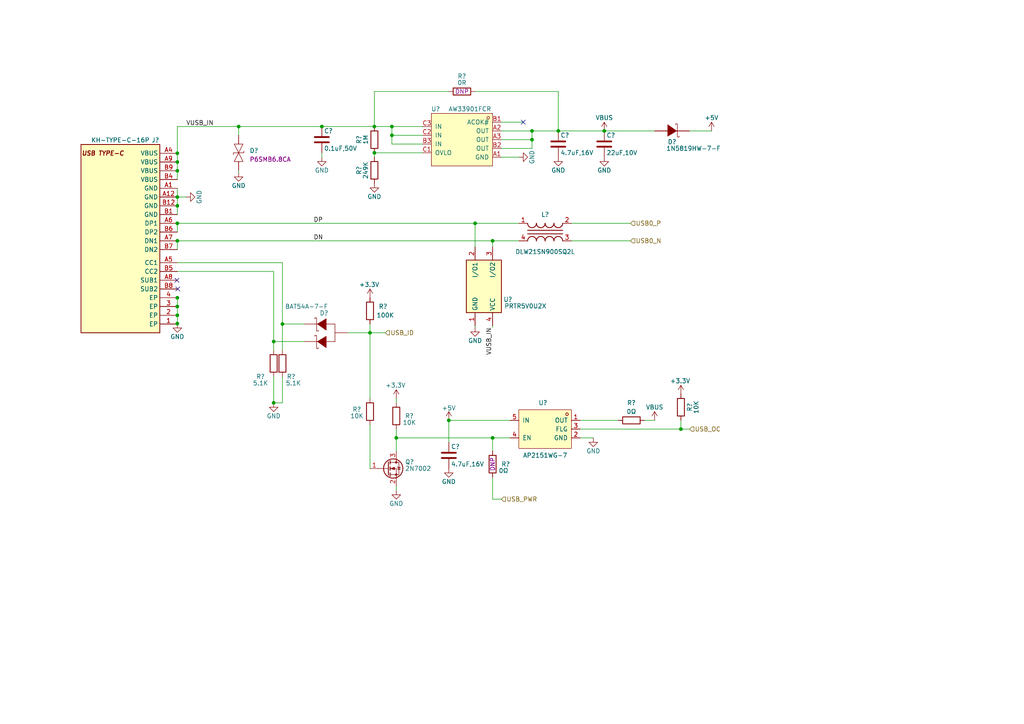
<source format=kicad_sch>
(kicad_sch (version 20230121) (generator eeschema)
  (paper "A4")
  (title_block (title "HPM6E00ADCEVKRevC") (date "2024-09-17") (rev "RevC") (comment 1 "USB"))
  (lib_symbols
    (symbol "00_HPM_power:+5V" (power) (pin_names (offset 0))
      (property "Value" "+5V" (at 0 3.556 0))
      (symbol "+5V_0_1"
        (polyline (pts (xy -0.762 1.27) (xy 0 2.54)))
        (polyline (pts (xy 0 0) (xy 0 2.54)))
        (polyline (pts (xy 0 2.54) (xy 0.762 1.27)))
      )
      (symbol "+5V_1_1"
        (pin power_in line (at 0 0 90) (length 0) hide (name "+5V") (number "1"))
      )
    )
    (symbol "00_HPM_power:GND" (power)
      (property "Value" "GND" (at 1.27 -6.35 0))
      (symbol "GND_0_0"
        (pin power_in line (at 0 0 0) (length 0) hide (name "GND") (number ""))
      )
      (symbol "GND_0_1"
        (polyline (pts (xy 0 0) (xy 0 -1.27) (xy 1.27 -1.27) (xy 0 -2.54) (xy -1.27 -1.27) (xy 0 -1.27)))
      )
    )
    (symbol "00_HPM_power:VBUS" (power) (pin_names (offset 0))
      (property "Value" "VBUS" (at 0 3.81 0))
      (symbol "VBUS_0_1"
        (polyline (pts (xy -0.762 1.27) (xy 0 2.54)))
        (polyline (pts (xy 0 0) (xy 0 2.54)))
        (polyline (pts (xy 0 2.54) (xy 0.762 1.27)))
      )
      (symbol "VBUS_1_1"
        (pin power_in line (at 0 0 90) (length 0) hide (name "VBUS") (number "1"))
      )
    )
    (symbol "02_HPM_Resistor:0Ω_0805" (pin_numbers hide) (pin_names (offset 0))
      (property "Reference" "R" (at 0 5.08 0))
      (property "Value" "0Ω" (at 1.27 7.62 0))
      (symbol "0Ω_0805_0_1"
        (rectangle (start 2.54 -1.016) (end -2.54 1.016) (stroke (width 0.254)))
      )
      (symbol "0Ω_0805_1_1"
        (pin passive line (at -3.81 0 0) (length 1.27) (name "~") (number "1"))
        (pin passive line (at 3.81 0 180) (length 1.27) (name "~") (number "2"))
      )
    )
    (symbol "02_HPM_Resistor:100K_0402" (pin_numbers hide) (pin_names (offset 0))
      (property "Reference" "R" (at 0 3.81 0))
      (property "Value" "100K" (at 0 6.35 0))
      (symbol "100K_0402_0_1"
        (rectangle (start 2.54 -1.016) (end -2.54 1.016) (stroke (width 0.254)))
      )
      (symbol "100K_0402_1_1"
        (pin passive line (at -3.81 0 0) (length 1.27) (name "~") (number "1"))
        (pin passive line (at 3.81 0 180) (length 1.27) (name "~") (number "2"))
      )
    )
    (symbol "02_HPM_Resistor:10K_0402" (pin_numbers hide) (pin_names (offset 0))
      (property "Reference" "R" (at 0 3.81 0))
      (property "Value" "10K" (at 0 6.35 0))
      (symbol "10K_0402_0_1"
        (rectangle (start 2.54 -1.016) (end -2.54 1.016) (stroke (width 0.254)))
      )
      (symbol "10K_0402_1_1"
        (pin passive line (at -3.81 0 0) (length 1.27) (name "~") (number "1"))
        (pin passive line (at 3.81 0 180) (length 1.27) (name "~") (number "2"))
      )
    )
    (symbol "02_HPM_Resistor:5.1K_0402" (pin_numbers hide) (pin_names (offset 0))
      (property "Reference" "R" (at 0 3.81 0))
      (property "Value" "5.1K" (at 0 7.62 0))
      (symbol "5.1K_0402_0_1"
        (rectangle (start 2.54 -1.016) (end -2.54 1.016) (stroke (width 0.254)))
      )
      (symbol "5.1K_0402_1_1"
        (pin passive line (at -3.81 0 0) (length 1.27) (name "~") (number "1"))
        (pin passive line (at 3.81 0 180) (length 1.27) (name "~") (number "2"))
      )
    )
    (symbol "03_HPM_Capacitance:0.1uF,50V_0402" (pin_numbers hide) (pin_names (offset 0.254))
      (property "Reference" "C" (at 0 10.16 0))
      (property "Value" "0.1uF,50V" (at -3.81 12.7 0))
      (symbol "0.1uF,50V_0402_0_1"
        (polyline (pts (xy -2.032 -0.762) (xy 2.032 -0.762)) (stroke (width 0.508)))
        (polyline (pts (xy -2.032 0.762) (xy 2.032 0.762)) (stroke (width 0.508)))
      )
      (symbol "0.1uF,50V_0402_1_1"
        (pin passive line (at 0 3.81 270) (length 2.794) (name "~") (number "1"))
        (pin passive line (at 0 -3.81 90) (length 2.794) (name "~") (number "2"))
      )
    )
    (symbol "03_HPM_Capacitance:22uF,10V_0805" (pin_numbers hide)
      (property "Reference" "C" (at 0 8.89 0))
      (property "Value" "22uF,10V" (at 0 13.97 0))
      (symbol "22uF,10V_0805_0_1"
        (polyline (pts (xy -2.032 -0.762) (xy 2.032 -0.762)) (stroke (width 0.508)))
        (polyline (pts (xy -2.032 0.762) (xy 2.032 0.762)) (stroke (width 0.508)))
      )
      (symbol "22uF,10V_0805_1_1"
        (pin passive line (at 0 3.81 270) (length 2.794) (name "~") (number "1"))
        (pin passive line (at 0 -3.81 90) (length 2.794) (name "~") (number "2"))
      )
    )
    (symbol "03_HPM_Capacitance:4.7uF,10V_0402" (pin_numbers hide) (pin_names (offset 0.254))
      (property "Reference" "C" (at 0.635 2.54 0))
      (property "Value" "4.7uF,10V" (at 0.635 -2.54 0))
      (symbol "4.7uF,10V_0402_0_1"
        (polyline (pts (xy -2.032 -0.762) (xy 2.032 -0.762)) (stroke (width 0.508)))
        (polyline (pts (xy -2.032 0.762) (xy 2.032 0.762)) (stroke (width 0.508)))
      )
      (symbol "4.7uF,10V_0402_1_1"
        (pin passive line (at 0 3.81 270) (length 2.794) (name "~") (number "1"))
        (pin passive line (at 0 -3.81 90) (length 2.794) (name "~") (number "2"))
      )
    )
    (symbol "04_HPM_Diode: 1N5819HW-7-F" (pin_numbers hide) (pin_names (offset 1.016) hide)
      (property "Reference" "D" (at 0 5.08 0))
      (property "Value" " 1N5819HW-7-F" (at -1.27 7.62 0))
      (symbol " 1N5819HW-7-F_1_1"
        (polyline (pts (xy 1.27 1.524) (xy -1.27 0) (xy -1.27 0) (xy 1.27 -1.778) (xy 1.27 -1.778) (xy 1.27 1.524)) (fill (type color) (color 132 0 0 1)))
        (polyline (pts (xy -2.032 1.524) (xy -2.032 1.778) (xy -2.032 1.778) (xy -1.524 1.778) (xy -1.524 1.778) (xy -1.524 -2.032) (xy -1.524 -2.032) (xy -1.016 -2.032) (xy -1.016 -2.032) (xy -1.016 -1.778)))
        (pin input line (at -5.08 0 0) (length 3.81) (name "K") (number "1"))
        (pin input line (at 5.08 0 180) (length 3.81) (name "A") (number "2"))
      )
    )
    (symbol "04_HPM_Diode:2N7002" (pin_names hide)
      (property "Reference" "Q" (at 5.08 1.905 0))
      (property "Value" "2N7002" (at 5.08 0 0))
      (symbol "2N7002_0_1"
        (polyline (pts (xy 0.254 0) (xy -2.54 0)))
        (polyline (pts (xy 0.254 1.905) (xy 0.254 -1.905)) (stroke (width 0.254)))
        (polyline (pts (xy 0.762 -1.27) (xy 0.762 -2.286)) (stroke (width 0.254)))
        (polyline (pts (xy 0.762 0.508) (xy 0.762 -0.508)) (stroke (width 0.254)))
        (polyline (pts (xy 0.762 2.286) (xy 0.762 1.27)) (stroke (width 0.254)))
        (polyline (pts (xy 2.54 2.54) (xy 2.54 1.778)))
        (polyline (pts (xy 2.54 -2.54) (xy 2.54 0) (xy 0.762 0)))
        (polyline (pts (xy 0.762 -1.778) (xy 3.302 -1.778) (xy 3.302 1.778) (xy 0.762 1.778)))
        (polyline (pts (xy 1.016 0) (xy 2.032 0.381) (xy 2.032 -0.381) (xy 1.016 0)) (fill (type outline)))
        (polyline (pts (xy 2.794 0.508) (xy 2.921 0.381) (xy 3.683 0.381) (xy 3.81 0.254)))
        (polyline (pts (xy 3.302 0.381) (xy 2.921 -0.254) (xy 3.683 -0.254) (xy 3.302 0.381)))
        (circle (center 1.651 0) (radius 2.794) (stroke (width 0.254)))
        (circle (center 2.54 -1.778) (radius 0.254) (fill (type outline)))
        (circle (center 2.54 1.778) (radius 0.254) (fill (type outline)))
      )
      (symbol "2N7002_1_1"
        (pin input line (at -5.08 0 0) (length 2.54) (name "G") (number "1"))
        (pin passive line (at 2.54 -5.08 90) (length 2.54) (name "S") (number "2"))
        (pin passive line (at 2.54 5.08 270) (length 2.54) (name "D") (number "3"))
      )
    )
    (symbol "04_HPM_Diode:BAT54A-7-F" (pin_numbers hide) (pin_names (offset 1.016) hide)
      (property "Reference" "D" (at -3.81 7.62 0))
      (property "Value" "BAT54A-7-F" (at 7.62 5.08 0))
      (symbol "BAT54A-7-F_1_1"
        (polyline (pts (xy -0.635 -1.905) (xy 3.175 -1.905)) (stroke (width 0.1524)))
        (polyline (pts (xy -0.635 3.175) (xy 3.175 3.175) (xy 3.175 -1.905)) (stroke (width 0.1524)))
        (polyline (pts (xy 0.635 -0.381) (xy -1.905 -1.905) (xy 0.635 -3.683) (xy 0.635 -0.381)) (stroke (width 0.1524)) (fill (type outline)))
        (polyline (pts (xy 0.635 4.699) (xy -1.905 3.175) (xy 0.635 1.397) (xy 0.635 4.699)) (stroke (width 0.1524)) (fill (type outline)))
        (polyline (pts (xy -2.667 -0.381) (xy -2.667 -0.127) (xy -2.159 -0.127) (xy -2.159 -3.937) (xy -1.651 -3.937) (xy -1.651 -3.683)) (stroke (width 0.1524)))
        (polyline (pts (xy -2.667 4.699) (xy -2.667 4.953) (xy -2.159 4.953) (xy -2.159 1.143) (xy -1.651 1.143) (xy -1.651 1.397)) (stroke (width 0.1524)))
        (pin input line (at -5.715 3.175 0) (length 3.81) (name "A") (number "1"))
        (pin input line (at -5.715 -1.905 0) (length 3.81) (name "A") (number "2"))
        (pin input line (at 6.985 0.635 180) (length 3.81) (name "K") (number "3"))
      )
    )
    (symbol "04_HPM_Diode:P6SMB6.8CA" (pin_numbers hide) (pin_names (offset 1.016) hide)
      (property "Reference" "D" (at 0 4.064 0))
      (property "Value" "P6SMB6.8CA" (at 0 9.144 0))
      (symbol "P6SMB6.8CA_1_1"
        (polyline (pts (xy -2.54 1.27) (xy 0 0) (xy -2.54 -1.27) (xy -2.54 1.27)) (stroke (width 0.1524)))
        (polyline (pts (xy 2.54 1.27) (xy 0 0) (xy 2.54 -1.27) (xy 2.54 1.27)) (stroke (width 0.1524)))
        (polyline (pts (xy -0.508 1.524) (xy -0.508 1.524) (xy 0 1.524) (xy 0 -1.524) (xy 0.508 -1.524) (xy 0.508 -1.524)) (stroke (width 0.1524)))
        (pin input line (at -5.08 0 0) (length 2.54) (name "1") (number "1"))
        (pin input line (at 5.08 0 180) (length 2.54) (name "2") (number "2"))
      )
    )
    (symbol "04_HPM_Diode:PRTR5V0U2X"
      (property "Reference" "U" (at 11.43 -6.35 0))
      (property "Value" "PRTR5V0U2X" (at 10.16 -29.21 0))
      (symbol "PRTR5V0U2X_1_0"
        (rectangle (start 2.54 -7.62) (end 12.7 -22.86) (stroke (width 0.254)) (fill (type background)))
        (pin passive line (at 5.08 -26.67 90) (length 3.81) (name "GND") (number "1"))
        (pin passive line (at 5.08 -3.81 270) (length 3.81) (name "I/O1") (number "2"))
        (pin passive line (at 10.16 -3.81 270) (length 3.81) (name "I/O2") (number "3"))
        (pin passive line (at 10.16 -26.67 90) (length 3.81) (name "VCC") (number "4"))
      )
    )
    (symbol "05_HPM_Connector_Other:USB_Type-C"
      (property "Reference" "J" (at 21.59 1.27 0))
      (property "Value" "USB_Type-C" (at 11.43 1.27 0))
      (symbol "USB_Type-C_1_0"
        (rectangle (start 0 0) (end 22.86 -54.61) (stroke (width 0.254)) (fill (type background)))
        (pin passive line (at 27.94 -52.07 180) (length 5.08) (name "EP") (number "1"))
        (pin passive line (at 27.94 -49.53 180) (length 5.08) (name "EP") (number "2"))
        (pin passive line (at 27.94 -46.99 180) (length 5.08) (name "EP") (number "3"))
        (pin passive line (at 27.94 -44.45 180) (length 5.08) (name "EP") (number "4"))
        (pin passive line (at 27.94 -12.7 180) (length 5.08) (name "GND") (number "A1"))
        (pin passive line (at 27.94 -15.24 180) (length 5.08) (name "GND") (number "A12"))
        (pin passive line (at 27.94 -2.54 180) (length 5.08) (name "VBUS") (number "A4"))
        (pin passive line (at 27.94 -34.29 180) (length 5.08) (name "CC1") (number "A5"))
        (pin passive line (at 27.94 -22.86 180) (length 5.08) (name "DP1") (number "A6"))
        (pin passive line (at 27.94 -27.94 180) (length 5.08) (name "DN1") (number "A7"))
        (pin passive line (at 27.94 -39.37 180) (length 5.08) (name "SUB1") (number "A8"))
        (pin passive line (at 27.94 -5.08 180) (length 5.08) (name "VBUS") (number "A9"))
        (pin passive line (at 27.94 -20.32 180) (length 5.08) (name "GND") (number "B1"))
        (pin passive line (at 27.94 -17.78 180) (length 5.08) (name "GND") (number "B12"))
        (pin passive line (at 27.94 -10.16 180) (length 5.08) (name "VBUS") (number "B4"))
        (pin passive line (at 27.94 -36.83 180) (length 5.08) (name "CC2") (number "B5"))
        (pin passive line (at 27.94 -25.4 180) (length 5.08) (name "DP2") (number "B6"))
        (pin passive line (at 27.94 -30.48 180) (length 5.08) (name "DN2") (number "B7"))
        (pin passive line (at 27.94 -41.91 180) (length 5.08) (name "SUB2") (number "B8"))
        (pin passive line (at 27.94 -7.62 180) (length 5.08) (name "VBUS") (number "B9"))
      )
      (symbol "USB_Type-C_1_1"
        (text "USB TYPE-C" (at 6.35 -2.54 0) (effects (font (size 1.27 1.27) bold italic)))
      )
    )
    (symbol "06_HPM_Function_IC:AW33901FCR" (pin_names (offset 1.016))
      (property "Reference" "U" (at -7.62 8.89 0))
      (property "Value" "AW33901FCR" (at 0 8.89 0))
      (symbol "AW33901FCR_1_1"
        (rectangle (start -8.89 7.62) (end 8.89 -7.62) (fill (type background)))
        (circle (center 7.62 6.35) (radius 0.381))
        (pin input line (at 11.43 -5.08 180) (length 2.54) (name "GND") (number "A1"))
        (pin input line (at 11.43 2.54 180) (length 2.54) (name "OUT") (number "A2"))
        (pin input line (at 11.43 0 180) (length 2.54) (name "OUT") (number "A3"))
        (pin input line (at 11.43 5.08 180) (length 2.54) (name "ACOK#") (number "B1"))
        (pin input line (at 11.43 -2.54 180) (length 2.54) (name "OUT") (number "B2"))
        (pin input line (at -11.43 -1.27 0) (length 2.54) (name "IN") (number "B3"))
        (pin input line (at -11.43 -3.81 0) (length 2.54) (name "OVLO") (number "C1"))
        (pin input line (at -11.43 1.27 0) (length 2.54) (name "IN") (number "C2"))
        (pin input line (at -11.43 3.81 0) (length 2.54) (name "IN") (number "C3"))
      )
    )
    (symbol "07_HPM_Inductance:DLW21SN900SQ2L"
      (property "Reference" "L" (at 8.89 -1.27 0))
      (property "Value" "DLW21SN900SQ2L" (at 8.89 -9.525 0))
      (symbol "DLW21SN900SQ2L_1_0"
        (polyline (pts (xy 3.81 -5.588) (xy 13.97 -5.588)) (stroke (width 0.254)))
        (polyline (pts (xy 3.81 -4.572) (xy 13.97 -4.572)) (stroke (width 0.254)))
        (arc (start 3.81 -2.54) (mid 5.08 -3.8045) (end 6.35 -2.54) (stroke (width 0.254)))
        (arc (start 6.35 -7.62) (mid 5.08 -6.3555) (end 3.81 -7.62) (stroke (width 0.254)))
        (arc (start 6.35 -2.54) (mid 7.62 -3.8045) (end 8.89 -2.54) (stroke (width 0.254)))
        (arc (start 8.89 -7.62) (mid 7.62 -6.3555) (end 6.35 -7.62) (stroke (width 0.254)))
        (arc (start 8.89 -2.54) (mid 10.16 -3.8045) (end 11.43 -2.54) (stroke (width 0.254)))
        (arc (start 11.43 -7.62) (mid 10.16 -6.3555) (end 8.89 -7.62) (stroke (width 0.254)))
        (arc (start 11.43 -2.54) (mid 12.7 -3.8045) (end 13.97 -2.54) (stroke (width 0.254)))
        (arc (start 13.97 -7.62) (mid 12.7 -6.3555) (end 11.43 -7.62) (stroke (width 0.254)))
        (pin passive line (at 1.27 -7.62 0) (length 2.54) (name "") (number "1"))
        (pin passive line (at 16.51 -7.62 180) (length 2.54) (name "") (number "2"))
        (pin passive line (at 16.51 -2.54 180) (length 2.54) (name "") (number "3"))
        (pin passive line (at 1.27 -2.54 0) (length 2.54) (name "") (number "4"))
      )
    )
    (symbol "08_HPM_Power_IC:AP2151WG-7" (pin_names (offset 1.016))
      (property "Reference" "U" (at -6.35 6.35 0))
      (property "Value" "AP2151WG-7" (at 0 -7.62 0))
      (symbol "AP2151WG-7_1_1"
        (rectangle (start -7.62 -5.588) (end 7.62 5.588) (fill (type background)))
        (circle (center -6.35 4.318) (radius 0.381))
        (circle (center -6.35 4.318) (radius 0.381))
        (pin input line (at -10.16 2.54 0) (length 2.54) (name "OUT") (number "1"))
        (pin input line (at -10.16 -2.54 0) (length 2.54) (name "GND") (number "2"))
        (pin input line (at -10.16 0 0) (length 2.54) (name "FLG") (number "3"))
        (pin input line (at 10.16 -2.54 180) (length 2.54) (name "EN") (number "4"))
        (pin input line (at 10.16 2.54 180) (length 2.54) (name "IN") (number "5"))
      )
    )
    (symbol "power:+3.3V" (power) (pin_names (offset 0))
      (property "Value" "+3.3V" (at 0 3.556 0))
      (symbol "+3.3V_0_1"
        (polyline (pts (xy -0.762 1.27) (xy 0 2.54)))
        (polyline (pts (xy 0 0) (xy 0 2.54)))
        (polyline (pts (xy 0 2.54) (xy 0.762 1.27)))
      )
      (symbol "+3.3V_1_1"
        (pin power_in line (at 0 0 90) (length 0) hide (name "+3.3V") (number "1"))
      )
    )
  )
  (junction (at 51.435 49.53))
  (junction (at 161.925 37.973))
  (junction (at 175.26 37.973))
  (junction (at 113.665 36.703))
  (junction (at 154.305 40.513))
  (junction (at 51.435 46.99))
  (junction (at 51.435 91.44))
  (junction (at 113.665 39.243))
  (junction (at 51.435 93.853))
  (junction (at 114.935 127))
  (junction (at 69.215 36.703))
  (junction (at 154.305 37.973))
  (junction (at 142.875 127))
  (junction (at 51.435 57.15))
  (junction (at 79.375 99.06))
  (junction (at 93.345 36.703))
  (junction (at 108.585 36.703))
  (junction (at 197.485 124.46))
  (junction (at 51.435 69.85))
  (junction (at 51.435 64.77))
  (junction (at 81.915 93.98))
  (junction (at 130.175 121.92))
  (junction (at 79.375 116.84))
  (junction (at 108.585 44.323))
  (junction (at 51.435 88.9))
  (junction (at 142.875 69.85))
  (junction (at 51.435 86.36))
  (junction (at 51.435 44.45))
  (junction (at 107.315 96.52))
  (junction (at 137.795 64.77))
  (junction (at 51.435 59.69))
  (no_connect (at 151.765 35.433))
  (no_connect (at 51.562 83.82))
  (no_connect (at 51.308 81.28))
  (wire (pts (xy 114.935 127) (xy 142.875 127)))
  (wire (pts (xy 142.875 69.85) (xy 150.495 69.85)))
  (wire (pts (xy 197.485 124.46) (xy 200.025 124.46)))
  (wire (pts (xy 51.435 44.45) (xy 51.435 46.99)))
  (wire (pts (xy 142.875 94.488) (xy 142.875 94.996)))
  (wire (pts (xy 137.795 94.488) (xy 137.795 94.996)))
  (wire (pts (xy 51.435 64.77) (xy 51.435 67.31)))
  (wire (pts (xy 154.305 43.053) (xy 154.305 40.513)))
  (wire (pts (xy 51.435 91.44) (xy 51.435 93.853)))
  (wire (pts (xy 51.435 88.9) (xy 51.435 91.44)))
  (wire (pts (xy 154.305 37.973) (xy 161.925 37.973)))
  (wire (pts (xy 122.555 41.783) (xy 113.665 41.783)))
  (wire (pts (xy 200.025 37.973) (xy 206.375 37.973)))
  (wire (pts (xy 145.415 144.78) (xy 142.875 144.78)))
  (wire (pts (xy 145.415 37.973) (xy 154.305 37.973)))
  (wire (pts (xy 145.415 45.593) (xy 150.495 45.593)))
  (wire (pts (xy 172.085 127) (xy 168.275 127)))
  (wire (pts (xy 108.585 45.593) (xy 108.585 44.323)))
  (wire (pts (xy 165.735 64.77) (xy 182.88 64.77)))
  (wire (pts (xy 114.935 127) (xy 114.935 130.81)))
  (wire (pts (xy 93.345 36.703) (xy 108.585 36.703)))
  (wire (pts (xy 81.915 109.22) (xy 81.915 116.84)))
  (wire (pts (xy 161.925 26.543) (xy 161.925 37.973)))
  (wire (pts (xy 53.975 57.15) (xy 51.435 57.15)))
  (wire (pts (xy 51.435 86.233) (xy 51.435 86.36)))
  (wire (pts (xy 114.935 142.24) (xy 114.935 140.97)))
  (wire (pts (xy 113.665 39.243) (xy 113.665 36.703)))
  (wire (pts (xy 51.435 93.853) (xy 51.435 93.98)))
  (wire (pts (xy 145.415 40.513) (xy 154.305 40.513)))
  (wire (pts (xy 142.875 69.85) (xy 142.875 71.628)))
  (wire (pts (xy 114.935 124.46) (xy 114.935 127)))
  (wire (pts (xy 51.435 78.74) (xy 79.375 78.74)))
  (wire (pts (xy 51.435 46.99) (xy 51.435 49.53)))
  (wire (pts (xy 154.305 40.513) (xy 154.305 37.973)))
  (wire (pts (xy 107.315 123.19) (xy 107.315 135.89)))
  (wire (pts (xy 108.585 44.323) (xy 122.555 44.323)))
  (wire (pts (xy 93.345 45.593) (xy 93.345 44.323)))
  (wire (pts (xy 51.435 76.2) (xy 81.915 76.2)))
  (wire (pts (xy 69.215 36.703) (xy 69.215 39.243)))
  (wire (pts (xy 51.435 69.85) (xy 142.875 69.85)))
  (wire (pts (xy 114.935 115.57) (xy 114.935 116.84)))
  (wire (pts (xy 51.435 59.69) (xy 51.435 62.23)))
  (wire (pts (xy 108.585 36.703) (xy 113.665 36.703)))
  (wire (pts (xy 108.585 26.543) (xy 108.585 36.703)))
  (wire (pts (xy 113.665 39.243) (xy 122.555 39.243)))
  (wire (pts (xy 107.315 96.52) (xy 107.315 115.57)))
  (wire (pts (xy 81.915 93.98) (xy 81.915 101.6)))
  (wire (pts (xy 51.435 36.703) (xy 51.435 44.45)))
  (wire (pts (xy 79.375 99.06) (xy 79.375 101.6)))
  (wire (pts (xy 81.915 76.2) (xy 81.915 93.98)))
  (wire (pts (xy 69.215 49.403) (xy 69.215 50.038)))
  (wire (pts (xy 189.865 121.92) (xy 186.944 121.92)))
  (wire (pts (xy 81.915 116.84) (xy 79.375 116.84)))
  (wire (pts (xy 147.955 127) (xy 142.875 127)))
  (wire (pts (xy 197.485 121.92) (xy 197.485 124.46)))
  (wire (pts (xy 142.875 138.43) (xy 142.875 144.78)))
  (wire (pts (xy 168.275 121.92) (xy 179.324 121.92)))
  (wire (pts (xy 51.435 57.15) (xy 51.435 59.69)))
  (wire (pts (xy 51.435 64.77) (xy 137.795 64.77)))
  (wire (pts (xy 168.275 124.46) (xy 197.485 124.46)))
  (wire (pts (xy 137.795 26.543) (xy 161.925 26.543)))
  (wire (pts (xy 100.965 96.52) (xy 107.315 96.52)))
  (wire (pts (xy 79.375 78.74) (xy 79.375 99.06)))
  (wire (pts (xy 51.435 69.85) (xy 51.435 72.39)))
  (wire (pts (xy 69.215 36.703) (xy 93.345 36.703)))
  (wire (pts (xy 107.315 93.98) (xy 107.315 96.52)))
  (wire (pts (xy 165.735 69.85) (xy 182.88 69.85)))
  (wire (pts (xy 79.375 99.06) (xy 88.265 99.06)))
  (wire (pts (xy 130.175 121.92) (xy 147.955 121.92)))
  (wire (pts (xy 51.435 36.703) (xy 69.215 36.703)))
  (wire (pts (xy 142.875 127) (xy 142.875 130.81)))
  (wire (pts (xy 113.665 41.783) (xy 113.665 39.243)))
  (wire (pts (xy 145.415 35.433) (xy 151.765 35.433)))
  (wire (pts (xy 130.175 121.92) (xy 130.175 128.27)))
  (wire (pts (xy 79.375 109.22) (xy 79.375 116.84)))
  (wire (pts (xy 130.175 26.543) (xy 108.585 26.543)))
  (wire (pts (xy 81.915 93.98) (xy 88.265 93.98)))
  (wire (pts (xy 161.925 37.973) (xy 175.26 37.973)))
  (wire (pts (xy 137.795 64.77) (xy 137.795 71.628)))
  (wire (pts (xy 51.435 86.36) (xy 51.435 88.9)))
  (wire (pts (xy 51.435 54.61) (xy 51.435 57.15)))
  (wire (pts (xy 51.435 49.53) (xy 51.435 52.07)))
  (wire (pts (xy 113.665 36.703) (xy 122.555 36.703)))
  (wire (pts (xy 175.26 37.973) (xy 189.865 37.973)))
  (wire (pts (xy 137.795 64.77) (xy 150.495 64.77)))
  (wire (pts (xy 107.315 96.52) (xy 111.76 96.52)))
  (wire (pts (xy 145.415 43.053) (xy 154.305 43.053)))
  (label "VUSB_IN" (at 53.975 36.703 0))
  (label "DN" (at 90.932 69.85 0))
  (label "VUSB_IN" (at 142.875 94.996 270))
  (label "DP" (at 90.932 64.77 0))
  (hierarchical_label "USB_ID" (shape input) (at 111.76 96.52 0))
  (hierarchical_label "USB0_N" (shape input) (at 182.88 69.85 0))
  (hierarchical_label "USB0_P" (shape input) (at 182.88 64.77 0))
  (hierarchical_label "USB_PWR" (shape input) (at 145.415 144.78 0))
  (hierarchical_label "USB_OC" (shape input) (at 200.025 124.46 0))
  (symbol (lib_id "02_HPM_Resistor:10K_0402") (at 108.585 49.403 90) (unit 1)
    (property "Reference" "R?" (at 104.14 49.403 0))
    (property "Value" "249K" (at 106.045 49.403 0))
    (property "Footprint" "02_HPM_Resistor:R_0402_1005Metric" (effects hide))
    (property "Model" "0402WGF1002TCE" (effects hide))
    (property "Company" "UNI-ROYAL(厚声)" (effects hide))
    (instances (project "HPM62_63_144_ADC_EVK_RevC" (path "" (reference "R?") (unit 1))) (project "Four_Servo_HPM6280_MB" (path "" (reference "R?") (unit 1))) (project "HPM6E00ADCEVKRevC" (path "" (reference "R19") (unit 1))))
  )
  (symbol (lib_id "00_HPM_power:+5V") (at 130.175 121.92 0) (unit 1)
    (property "Reference" "#PWR?" (effects hide))
    (property "Value" "+5V" (at 130.175 118.364 0))
    (instances (project "HPM62_63_144_ADC_EVK_RevC" (path "" (reference "#PWR?") (unit 1))) (project "Four_Servo_HPM6280_MB" (path "" (reference "#PWR?") (unit 1))) (project "HPM6E00ADCEVKRevC" (path "" (reference "#PWR0256") (unit 1))))
  )
  (symbol (lib_id "00_HPM_power:GND") (at 108.585 53.213 0) (unit 1)
    (property "Reference" "#PWR?" (effects hide))
    (property "Value" "GND" (at 108.585 57.023 0))
    (instances (project "HPM62_63_144_ADC_EVK_RevC" (path "" (reference "#PWR?") (unit 1)) (path "" (reference "#PWR?") (unit 1))) (project "HPM6E00ADCEVKRevC" (path "" (reference "#PWR0241") (unit 1))))
  )
  (symbol (lib_id "power:+3.3V") (at 107.315 86.36 0) (unit 1)
    (property "Reference" "#PWR?" (effects hide))
    (property "Value" "+3.3V" (at 104.14 82.55 0) (effects (justify left)))
    (instances (project "HPM5300-POWER" (path "" (reference "#PWR?") (unit 1))) (project "HPM6E00 SKT Board BGA289_BDIF REVA" (path "" (reference "#PWR?") (unit 1))) (project "HPM6E00ADCEVKRevC" (path "" (reference "#PWR01") (unit 1)) (path "" (reference "#PWR097") (unit 1)) (path "" (reference "#PWR0253") (unit 1))) (project "HPM5300 SKT Board LQFP100 REVA" (path "" (reference "#PWR?") (unit 1))))
  )
  (symbol (lib_id "00_HPM_power:GND") (at 130.175 135.89 0) (unit 1)
    (property "Reference" "#PWR?" (effects hide))
    (property "Value" "GND" (at 130.175 139.7 0))
    (instances (project "HPM62_63_144_ADC_EVK_RevC" (path "" (reference "#PWR?") (unit 1)) (path "" (reference "#PWR?") (unit 1))) (project "HPM6E00ADCEVKRevC" (path "" (reference "#PWR0258") (unit 1))))
  )
  (symbol (lib_id "02_HPM_Resistor:10K_0402") (at 142.875 134.62 90) (unit 1)
    (property "Reference" "R?" (at 146.685 134.62 90))
    (property "Value" "0Ω" (at 146.05 136.525 90))
    (property "Footprint" "02_HPM_Resistor:R_0402_1005Metric" (effects hide))
    (property "Model" "0402WGF1002TCE" (effects hide))
    (property "Company" "UNI-ROYAL(厚声)" (effects hide))
    (property "ASSY_OPT" "DNP" (at 142.875 134.62 0))
    (instances (project "HPM62_63_144_ADC_EVK_RevC" (path "" (reference "R?") (unit 1))) (project "Four_Servo_HPM6280_MB" (path "" (reference "R?") (unit 1))) (project "HPM6E00ADCEVKRevC" (path "" (reference "R25") (unit 1))))
  )
  (symbol (lib_id "00_HPM_power:GND") (at 172.085 127 0) (unit 1)
    (property "Reference" "#PWR?" (effects hide))
    (property "Value" "GND" (at 172.085 130.81 0))
    (instances (project "HPM62_63_144_ADC_EVK_RevC" (path "" (reference "#PWR?") (unit 1)) (path "" (reference "#PWR?") (unit 1))) (project "HPM6E00ADCEVKRevC" (path "" (reference "#PWR0249") (unit 1))))
  )
  (symbol (lib_id "04_HPM_Diode:2N7002") (at 112.395 135.89 0) (unit 1)
    (property "Reference" "Q?" (at 117.475 133.985 0) (effects (justify left)))
    (property "Value" "2N7002" (at 117.475 135.89 0) (effects (justify left)))
    (property "Footprint" "06_HPM_SOT:SOT-23" (effects hide))
    (property "Datasheet" "https://www.onsemi.com/pub/Collateral/NDS7002A-D.PDF" (effects hide))
    (property "Model" "2N7002" (effects hide))
    (property "Company" " CJ(江苏长电/长晶) " (effects hide))
    (instances (project "HPM62_63_144_ADC_EVK_RevC" (path "" (reference "Q?") (unit 1))) (project "Four_Servo_HPM6280_MB" (path "" (reference "Q?") (unit 1))) (project "HPM6E00ADCEVKRevC" (path "" (reference "Q1") (unit 1))))
  )
  (symbol (lib_id "03_HPM_Capacitance:4.7uF,10V_0402") (at 130.175 132.08 0) (unit 1)
    (property "Reference" "C?" (at 130.81 129.54 0) (effects (justify left)))
    (property "Value" "4.7uF,16V" (at 130.81 134.62 0) (effects (justify left)))
    (property "Footprint" "03_HPM_Capacitance:C_0402" (effects hide))
    (property "Model" " CL05A475MP5NRNC" (effects hide))
    (property "Company" " SAMSUNG(三星)" (effects hide))
    (instances (project "HPM62_63_144_ADC_EVK_RevC" (path "" (reference "C?") (unit 1))) (project "Four_Servo_HPM6280_MB" (path "" (reference "C?") (unit 1))) (project "HPM6E00ADCEVKRevC" (path "" (reference "C7") (unit 1))))
  )
  (symbol (lib_id "power:+3.3V") (at 197.485 114.3 0) (unit 1)
    (property "Reference" "#PWR?" (effects hide))
    (property "Value" "+3.3V" (at 194.31 110.49 0) (effects (justify left)))
    (instances (project "HPM5300-POWER" (path "" (reference "#PWR?") (unit 1))) (project "HPM6E00 SKT Board BGA289_BDIF REVA" (path "" (reference "#PWR?") (unit 1))) (project "HPM6E00ADCEVKRevC" (path "" (reference "#PWR01") (unit 1)) (path "" (reference "#PWR097") (unit 1)) (path "" (reference "#PWR0250") (unit 1))) (project "HPM5300 SKT Board LQFP100 REVA" (path "" (reference "#PWR?") (unit 1))))
  )
  (symbol (lib_id "00_HPM_power:GND") (at 161.925 45.593 0) (unit 1)
    (property "Reference" "#PWR?" (effects hide))
    (property "Value" "GND" (at 161.925 49.403 0))
    (instances (project "HPM62_63_144_ADC_EVK_RevC" (path "" (reference "#PWR?") (unit 1)) (path "" (reference "#PWR?") (unit 1))) (project "HPM6E00ADCEVKRevC" (path "" (reference "#PWR0244") (unit 1))))
  )
  (symbol (lib_id "00_HPM_power:GND") (at 51.435 93.853 0) (unit 1)
    (property "Reference" "#PWR?" (effects hide))
    (property "Value" "GND" (at 51.435 97.663 0))
    (instances (project "HPM62_63_144_ADC_EVK_RevC" (path "" (reference "#PWR?") (unit 1)) (path "" (reference "#PWR?") (unit 1))) (project "HPM6E00ADCEVKRevC" (path "" (reference "#PWR0252") (unit 1))))
  )
  (symbol (lib_id "04_HPM_Diode:P6SMB6.8CA") (at 69.215 44.323 90) (unit 1)
    (property "Reference" "D?" (at 72.39 43.688 90) (effects (justify right)))
    (property "Value" "SMB/DO-214AA_P6SMB6.8CA" (effects hide))
    (property "Footprint" "04_HPM_Diode:SMB_(DO-214AA)" (effects hide))
    (property "Datasheet" "http://www.szlcsc.com/product/details_79530.html" (effects hide))
    (property "description" "TVS" (effects hide))
    (property "ComponentLink1Description" "供应商链接" (effects hide))
    (property "Package" "SMB/DO-214AA" (effects hide))
    (property "Supplier" "LC" (effects hide))
    (property "SuppliersPartNumber" "C78395" (effects hide))
    (property "Comment" "P6SMB6.8CA" (at 72.39 46.228 90) (effects (justify right)))
    (property "Model" "P6SMB6.8CA/TR13" (effects hide))
    (property "Company" " Brightking(君耀电子) " (effects hide))
    (instances (project "HPM62_63_144_ADC_EVK_RevC" (path "" (reference "D?") (unit 1)) (path "" (reference "D?") (unit 1)) (path "" (reference "D?") (unit 1))) (project "HPM6E00ADCEVKRevC" (path "" (reference "D6") (unit 1))))
  )
  (symbol (lib_id "07_HPM_Inductance:DLW21SN900SQ2L") (at 149.225 72.39 0) (mirror x) (unit 1)
    (property "Reference" "L?" (at 158.115 62.23 0))
    (property "Value" "DLW21SN900SQ2L" (at 158.115 73.025 0))
    (property "Footprint" "07_HPM_Inductance:L2012" (effects hide))
    (property "Model" "DLW21SN900SQ2L" (effects hide))
    (property "Company" "muRata(村田)" (effects hide))
    (instances (project "HPM62_63_144_ADC_EVK_RevC" (path "" (reference "L?") (unit 1))) (project "Four_Servo_HPM6280_MB" (path "" (reference "L?") (unit 1))) (project "HPM6E00ADCEVKRevC" (path "" (reference "L2") (unit 1))))
  )
  (symbol (lib_id "06_HPM_Function_IC:AW33901FCR") (at 133.985 40.513 0) (unit 1)
    (property "Reference" "U?" (at 126.365 31.623 0))
    (property "Value" "AW33901FCR" (at 136.271 31.623 0))
    (property "Footprint" "06_HPM_LQFP:FCQFN-9" (effects hide))
    (property "SuppliersPartNumber" "C506184" (effects hide))
    (property "Model" "AW33901FCR" (effects hide))
    (property "Company" " AWINIC(艾为)" (effects hide))
    (instances (project "HPM62_63_144_ADC_EVK_RevC" (path "" (reference "U?") (unit 1))) (project "Four_Servo_HPM6280_MB" (path "" (reference "U?") (unit 1))) (project "HPM6E00ADCEVKRevC" (path "" (reference "U4") (unit 1))))
  )
  (symbol (lib_id "03_HPM_Capacitance:0.1uF,50V_0402") (at 93.345 40.513 0) (unit 1)
    (property "Reference" "C?" (at 93.98 37.973 0) (effects (justify left)))
    (property "Value" "0.1uF,50V" (at 93.98 43.053 0) (effects (justify left)))
    (property "Footprint" "03_HPM_Capacitance:C_0402" (effects hide))
    (property "Model" "0402B104K500NT" (effects hide))
    (property "Company" "SAMSUNG(三星)" (effects hide))
    (instances (project "HPM62_63_144_ADC_EVK_RevC" (path "" (reference "C?") (unit 1))) (project "Four_Servo_HPM6280_MB" (path "" (reference "C?") (unit 1))) (project "HPM6E00ADCEVKRevC" (path "" (reference "C6") (unit 1))))
  )
  (symbol (lib_id "power:+3.3V") (at 114.935 115.57 0) (unit 1)
    (property "Reference" "#PWR?" (effects hide))
    (property "Value" "+3.3V" (at 111.76 111.76 0) (effects (justify left)))
    (instances (project "HPM5300-POWER" (path "" (reference "#PWR?") (unit 1))) (project "HPM6E00 SKT Board BGA289_BDIF REVA" (path "" (reference "#PWR?") (unit 1))) (project "HPM6E00ADCEVKRevC" (path "" (reference "#PWR01") (unit 1)) (path "" (reference "#PWR097") (unit 1)) (path "" (reference "#PWR0255") (unit 1))) (project "HPM5300 SKT Board LQFP100 REVA" (path "" (reference "#PWR?") (unit 1))))
  )
  (symbol (lib_id "00_HPM_power:GND") (at 79.375 116.84 0) (unit 1)
    (property "Reference" "#PWR?" (effects hide))
    (property "Value" "GND" (at 79.375 120.65 0))
    (instances (project "HPM62_63_144_ADC_EVK_RevC" (path "" (reference "#PWR?") (unit 1)) (path "" (reference "#PWR?") (unit 1))) (project "HPM6E00ADCEVKRevC" (path "" (reference "#PWR0254") (unit 1))))
  )
  (symbol (lib_id "02_HPM_Resistor:100K_0402") (at 107.315 90.17 90) (unit 1)
    (property "Reference" "R?" (at 111.125 88.9 90))
    (property "Value" "100K" (at 111.76 91.44 90))
    (property "Footprint" "02_HPM_Resistor:R_0402_1005Metric" (effects hide))
    (property "Model" "0402WGF1003TCE" (effects hide))
    (property "Company" "UNI-ROYAL(厚声)" (effects hide))
    (instances (project "HPM62_63_144_ADC_EVK_RevC" (path "" (reference "R?") (unit 1))) (project "Four_Servo_HPM6280_MB" (path "" (reference "R?") (unit 1))) (project "HPM6E00ADCEVKRevC" (path "" (reference "R22") (unit 1))))
  )
  (symbol (lib_id "04_HPM_Diode:PRTR5V0U2X") (at 132.715 67.818 0) (unit 1)
    (property "Reference" "U?" (at 147.32 86.868 0))
    (property "Value" "PRTR5V0U2X" (at 152.4 88.773 0))
    (property "Footprint" "06_HPM_SOT:SOT-143" (effects hide))
    (property "Model" "PRTR5V0U2X" (effects hide))
    (property "Company" "TECH PUBLIC(台舟)" (effects hide))
    (instances (project "HPM62_63_144_ADC_EVK_RevC" (path "" (reference "U?") (unit 1))) (project "Four_Servo_HPM6280_MB" (path "" (reference "U?") (unit 1))) (project "HPM6E00ADCEVKRevC" (path "" (reference "U5") (unit 1))))
  )
  (symbol (lib_id "02_HPM_Resistor:5.1K_0402") (at 79.375 105.41 270) (unit 1)
    (property "Reference" "R?" (at 75.565 109.22 90))
    (property "Value" "5.1K" (at 75.565 111.125 90))
    (property "Footprint" "02_HPM_Resistor:R_0402_1005Metric" (effects hide))
    (property "Model" "0402WGF5101TCE" (effects hide))
    (property "Company" "UNI-ROYAL(厚声)" (effects hide))
    (instances (project "HPM62_63_144_ADC_EVK_RevC" (path "" (reference "R?") (unit 1))) (project "Four_Servo_HPM6280_MB" (path "" (reference "R?") (unit 1))) (project "HPM6E00ADCEVKRevC" (path "" (reference "R17") (unit 1))))
  )
  (symbol (lib_id "00_HPM_power:GND") (at 53.975 57.15 90) (unit 1)
    (property "Reference" "#PWR?" (effects hide))
    (property "Value" "GND" (at 57.785 57.15 0))
    (instances (project "HPM62_63_144_ADC_EVK_RevC" (path "" (reference "#PWR?") (unit 1)) (path "" (reference "#PWR?") (unit 1))) (project "HPM6E00ADCEVKRevC" (path "" (reference "#PWR0240") (unit 1))))
  )
  (symbol (lib_id "02_HPM_Resistor:5.1K_0402") (at 81.915 105.41 270) (unit 1)
    (property "Reference" "R?" (at 84.455 109.22 90))
    (property "Value" "5.1K" (at 85.09 111.125 90))
    (property "Footprint" "02_HPM_Resistor:R_0402_1005Metric" (effects hide))
    (property "Model" "0402WGF5101TCE" (effects hide))
    (property "Company" "UNI-ROYAL(厚声)" (effects hide))
    (instances (project "HPM62_63_144_ADC_EVK_RevC" (path "" (reference "R?") (unit 1))) (project "Four_Servo_HPM6280_MB" (path "" (reference "R?") (unit 1))) (project "HPM6E00ADCEVKRevC" (path "" (reference "R20") (unit 1))))
  )
  (symbol (lib_id "08_HPM_Power_IC:AP2151WG-7") (at 158.115 124.46 0) (mirror y) (unit 1)
    (property "Reference" "U?" (at 157.48 116.84 0))
    (property "Value" "AP2151WG-7" (at 158.115 132.08 0))
    (property "Footprint" "06_HPM_SOT:SOT-23-5" (effects hide))
    (property "SuppliersPartNumber" "C110464" (effects hide))
    (property "Model" "AP2151WG-7" (effects hide))
    (property "Company" "DIODES(美台)" (effects hide))
    (instances (project "HPM62_63_144_ADC_EVK_RevC" (path "" (reference "U?") (unit 1))) (project "Four_Servo_HPM6280_MB" (path "" (reference "U?") (unit 1))) (project "HPM6E00ADCEVKRevC" (path "" (reference "U6") (unit 1))))
  )
  (symbol (lib_id "04_HPM_Diode: 1N5819HW-7-F") (at 194.945 37.973 180) (unit 1)
    (property "Reference" "D?" (at 194.945 41.148 0))
    (property "Value" " 1N5819HW-7-F" (at 200.66 43.053 0))
    (property "Footprint" "04_HPM_Diode:D_SOD-123" (effects hide))
    (property "SuppliersPartNumber" "C115726" (effects hide))
    (property "Model" "1N5819HW-7-F" (effects hide))
    (property "Company" "DIODES(美台)" (effects hide))
    (instances (project "HPM62_63_144_ADC_EVK_RevC" (path "" (reference "D?") (unit 1))) (project "Four_Servo_HPM6280_MB" (path "" (reference "D?") (unit 1))) (project "HPM6E00ADCEVKRevC" (path "" (reference "D4") (unit 1))))
  )
  (symbol (lib_id "00_HPM_power:VBUS") (at 189.865 121.92 0) (unit 1)
    (property "Reference" "#PWR?" (effects hide))
    (property "Value" "VBUS" (at 189.865 118.11 0))
    (instances (project "HPM62_63_144_ADC_EVK_RevC" (path "" (reference "#PWR?") (unit 1))) (project "Four_Servo_HPM6280_MB" (path "" (reference "#PWR?") (unit 1))) (project "HPM6E00ADCEVKRevC" (path "" (reference "#PWR0251") (unit 1))))
  )
  (symbol (lib_id "03_HPM_Capacitance:22uF,10V_0805") (at 175.26 41.783 0) (unit 1)
    (property "Reference" "C?" (at 175.895 39.243 0) (effects (justify left)))
    (property "Value" "22uF,10V" (at 175.895 44.323 0) (effects (justify left)))
    (property "Footprint" "03_HPM_Capacitance:C_0805_2012Metric" (effects hide))
    (property "Model" " CL21A226MPQNNNE" (effects hide))
    (property "Company" " SAMSUNG(三星) " (effects hide))
    (instances (project "HPM62_63_144_ADC_EVK_RevC" (path "" (reference "C?") (unit 1))) (project "Four_Servo_HPM6280_MB" (path "" (reference "C?") (unit 1))) (project "HPM6E00ADCEVKRevC" (path "" (reference "C9") (unit 1))))
  )
  (symbol (lib_id "02_HPM_Resistor:10K_0402") (at 107.315 119.38 90) (unit 1)
    (property "Reference" "R?" (at 103.505 118.745 90))
    (property "Value" "10K" (at 103.505 120.65 90))
    (property "Footprint" "02_HPM_Resistor:R_0402_1005Metric" (effects hide))
    (property "Model" "0402WGF1002TCE" (effects hide))
    (property "Company" "UNI-ROYAL(厚声)" (effects hide))
    (instances (project "HPM62_63_144_ADC_EVK_RevC" (path "" (reference "R?") (unit 1))) (project "Four_Servo_HPM6280_MB" (path "" (reference "R?") (unit 1))) (project "HPM6E00ADCEVKRevC" (path "" (reference "R23") (unit 1))))
  )
  (symbol (lib_id "00_HPM_power:GND") (at 175.26 45.593 0) (unit 1)
    (property "Reference" "#PWR?" (effects hide))
    (property "Value" "GND" (at 175.26 49.403 0))
    (instances (project "HPM62_63_144_ADC_EVK_RevC" (path "" (reference "#PWR?") (unit 1)) (path "" (reference "#PWR?") (unit 1))) (project "HPM6E00ADCEVKRevC" (path "" (reference "#PWR0245") (unit 1))))
  )
  (symbol (lib_id "00_HPM_power:VBUS") (at 175.26 37.973 0) (unit 1)
    (property "Reference" "#PWR?" (effects hide))
    (property "Value" "VBUS" (at 175.26 34.163 0))
    (instances (project "HPM62_63_144_ADC_EVK_RevC" (path "" (reference "#PWR?") (unit 1))) (project "Four_Servo_HPM6280_MB" (path "" (reference "#PWR?") (unit 1))) (project "HPM6E00ADCEVKRevC" (path "" (reference "#PWR0246") (unit 1))))
  )
  (symbol (lib_id "00_HPM_power:+5V") (at 206.375 37.973 0) (unit 1)
    (property "Reference" "#PWR?" (effects hide))
    (property "Value" "+5V" (at 206.375 34.163 0))
    (instances (project "HPM62_63_144_ADC_EVK_RevC" (path "" (reference "#PWR?") (unit 1))) (project "Four_Servo_HPM6280_MB" (path "" (reference "#PWR?") (unit 1))) (project "HPM6E00ADCEVKRevC" (path "" (reference "#PWR0247") (unit 1))))
  )
  (symbol (lib_id "04_HPM_Diode:BAT54A-7-F") (at 93.98 97.155 0) (unit 1)
    (property "Reference" "D?" (at 93.98 90.805 0))
    (property "Value" "BAT54A-7-F" (at 88.9 88.9 0))
    (property "Footprint" "06_HPM_SOT:SOT-23" (effects hide))
    (property "SuppliersPartNumber" "C134401" (effects hide))
    (property "Model" "BAT54A-7-F" (effects hide))
    (property "Company" " DIODES(美台)" (effects hide))
    (instances (project "HPM62_63_144_ADC_EVK_RevC" (path "" (reference "D?") (unit 1))) (project "Four_Servo_HPM6280_MB" (path "" (reference "D?") (unit 1))) (project "HPM6E00ADCEVKRevC" (path "" (reference "D3") (unit 1))))
  )
  (symbol (lib_id "00_HPM_power:GND") (at 150.495 45.593 90) (unit 1)
    (property "Reference" "#PWR?" (effects hide))
    (property "Value" "GND" (at 154.305 45.593 0))
    (instances (project "HPM62_63_144_ADC_EVK_RevC" (path "" (reference "#PWR?") (unit 1)) (path "" (reference "#PWR?") (unit 1))) (project "HPM6E00ADCEVKRevC" (path "" (reference "#PWR0243") (unit 1))))
  )
  (symbol (lib_id "02_HPM_Resistor:10K_0402") (at 197.485 118.11 270) (unit 1)
    (property "Reference" "R?" (at 200.025 118.11 0))
    (property "Value" "10K" (at 201.93 118.11 0))
    (property "Footprint" "02_HPM_Resistor:R_0402_1005Metric" (effects hide))
    (property "Model" "0402WGF1002TCE" (effects hide))
    (property "Company" "UNI-ROYAL(厚声)" (effects hide))
    (instances (project "HPM62_63_144_ADC_EVK_RevC" (path "" (reference "R?") (unit 1))) (project "Four_Servo_HPM6280_MB" (path "" (reference "R?") (unit 1))) (project "HPM6E00ADCEVKRevC" (path "" (reference "R27") (unit 1))))
  )
  (symbol (lib_id "02_HPM_Resistor:10K_0402") (at 133.985 26.543 180) (unit 1)
    (property "Reference" "R?" (at 133.985 22.098 0))
    (property "Value" "0R" (at 133.985 24.003 0))
    (property "Footprint" "02_HPM_Resistor:R_0805_2012Metric" (effects hide))
    (property "Model" "0402WGF1002TCE" (effects hide))
    (property "Company" "UNI-ROYAL(厚声)" (effects hide))
    (property "ASSY_OPT" "DNP" (at 133.985 26.543 0))
    (instances (project "HPM62_63_144_ADC_EVK_RevC" (path "" (reference "R?") (unit 1))) (project "Four_Servo_HPM6280_MB" (path "" (reference "R?") (unit 1))) (project "HPM6E00ADCEVKRevC" (path "" (reference "R21") (unit 1))))
  )
  (symbol (lib_id "00_HPM_power:GND") (at 137.795 94.996 0) (unit 1)
    (property "Reference" "#PWR?" (effects hide))
    (property "Value" "GND" (at 137.795 98.806 0))
    (instances (project "HPM62_63_144_ADC_EVK_RevC" (path "" (reference "#PWR?") (unit 1)) (path "" (reference "#PWR?") (unit 1))) (project "HPM6E00ADCEVKRevC" (path "" (reference "#PWR0248") (unit 1))))
  )
  (symbol (lib_id "05_HPM_Connector_Other:USB_Type-C") (at 23.495 41.91 0) (unit 1)
    (property "Reference" "J?" (at 45.085 40.64 0))
    (property "Value" "KH-TYPE-C-16P" (at 34.925 40.64 0))
    (property "Footprint" "05_HPM_Connector_other:TYPE-C-16P" (effects hide))
    (property "Model" "KH-TYPE-C-16P" (effects hide))
    (property "Company" "kinghelm(金航标)" (effects hide))
    (instances (project "HPM62_63_144_ADC_EVK_RevC" (path "" (reference "J?") (unit 1))) (project "Four_Servo_HPM6280_MB" (path "" (reference "J?") (unit 1))) (project "HPM6E00ADCEVKRevC" (path "" (reference "J2") (unit 1))))
  )
  (symbol (lib_id "00_HPM_power:GND") (at 69.215 50.038 0) (unit 1)
    (property "Reference" "#PWR?" (effects hide))
    (property "Value" "GND" (at 69.215 53.848 0))
    (instances (project "HPM62_63_144_ADC_EVK_RevC" (path "" (reference "#PWR?") (unit 1)) (path "" (reference "#PWR?") (unit 1))) (project "HPM6E00ADCEVKRevC" (path "" (reference "#PWR0239") (unit 1))))
  )
  (symbol (lib_id "02_HPM_Resistor:10K_0402") (at 114.935 120.65 90) (unit 1)
    (property "Reference" "R?" (at 118.745 120.65 90))
    (property "Value" "10K" (at 118.745 122.555 90))
    (property "Footprint" "02_HPM_Resistor:R_0402_1005Metric" (effects hide))
    (property "Model" "0402WGF1002TCE" (effects hide))
    (property "Company" "UNI-ROYAL(厚声)" (effects hide))
    (instances (project "HPM62_63_144_ADC_EVK_RevC" (path "" (reference "R?") (unit 1))) (project "Four_Servo_HPM6280_MB" (path "" (reference "R?") (unit 1))) (project "HPM6E00ADCEVKRevC" (path "" (reference "R24") (unit 1))))
  )
  (symbol (lib_id "02_HPM_Resistor:0Ω_0805") (at 183.134 121.92 0) (unit 1)
    (property "Reference" "R?" (at 183.134 116.84 0))
    (property "Value" "0Ω" (at 183.134 119.38 0))
    (property "Footprint" "02_HPM_Resistor:R_0805_2012Metric" (effects hide))
    (property "Model" "RS-05000JT" (effects hide))
    (property "Company" "FH(风华)" (effects hide))
    (instances (project "HPM62_63_144_ADC_EVK_RevC" (path "" (reference "R?") (unit 1))) (project "Four_Servo_HPM6280_MB" (path "" (reference "R?") (unit 1))) (project "HPM6E00ADCEVKRevC" (path "" (reference "R26") (unit 1))))
  )
  (symbol (lib_id "02_HPM_Resistor:10K_0402") (at 108.585 40.513 270) (unit 1)
    (property "Reference" "R?" (at 104.14 40.513 0))
    (property "Value" "1M" (at 106.045 40.513 0))
    (property "Footprint" "02_HPM_Resistor:R_0402_1005Metric" (effects hide))
    (property "Model" "0402WGF1002TCE" (effects hide))
    (property "Company" "UNI-ROYAL(厚声)" (effects hide))
    (instances (project "HPM62_63_144_ADC_EVK_RevC" (path "" (reference "R?") (unit 1))) (project "Four_Servo_HPM6280_MB" (path "" (reference "R?") (unit 1))) (project "HPM6E00ADCEVKRevC" (path "" (reference "R18") (unit 1))))
  )
  (symbol (lib_id "00_HPM_power:GND") (at 93.345 45.593 0) (unit 1)
    (property "Reference" "#PWR?" (effects hide))
    (property "Value" "GND" (at 93.345 49.403 0))
    (instances (project "HPM62_63_144_ADC_EVK_RevC" (path "" (reference "#PWR?") (unit 1)) (path "" (reference "#PWR?") (unit 1))) (project "HPM6E00ADCEVKRevC" (path "" (reference "#PWR0242") (unit 1))))
  )
  (symbol (lib_id "03_HPM_Capacitance:4.7uF,10V_0402") (at 161.925 41.783 0) (unit 1)
    (property "Reference" "C?" (at 162.56 39.243 0) (effects (justify left)))
    (property "Value" "4.7uF,16V" (at 162.56 44.323 0) (effects (justify left)))
    (property "Footprint" "03_HPM_Capacitance:C_0402" (effects hide))
    (property "Model" " CL05A475MP5NRNC" (effects hide))
    (property "Company" " SAMSUNG(三星)" (effects hide))
    (instances (project "HPM62_63_144_ADC_EVK_RevC" (path "" (reference "C?") (unit 1))) (project "Four_Servo_HPM6280_MB" (path "" (reference "C?") (unit 1))) (project "HPM6E00ADCEVKRevC" (path "" (reference "C8") (unit 1))))
  )
  (symbol (lib_id "00_HPM_power:GND") (at 114.935 142.24 0) (unit 1)
    (property "Reference" "#PWR?" (effects hide))
    (property "Value" "GND" (at 114.935 146.05 0))
    (instances (project "HPM62_63_144_ADC_EVK_RevC" (path "" (reference "#PWR?") (unit 1)) (path "" (reference "#PWR?") (unit 1))) (project "HPM6E00ADCEVKRevC" (path "" (reference "#PWR0257") (unit 1))))
  )
)
</source>
